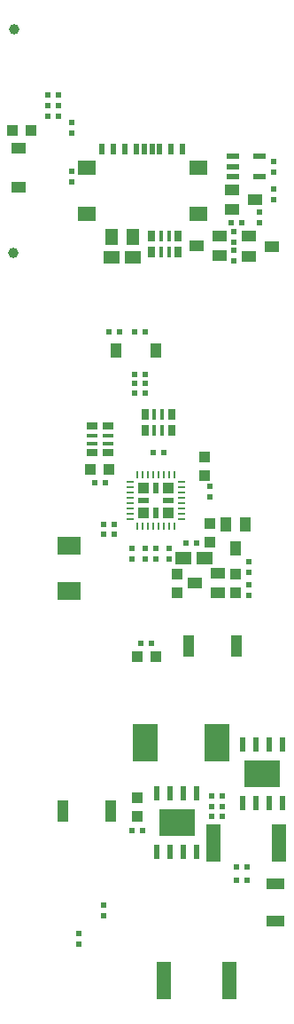
<source format=gbr>
%TF.GenerationSoftware,KiCad,Pcbnew,7.0.11-7.0.11~ubuntu22.04.1*%
%TF.CreationDate,2025-02-21T15:51:22+02:00*%
%TF.ProjectId,ESP32-PoE-ISO_Rev_M,45535033-322d-4506-9f45-2d49534f5f52,M*%
%TF.SameCoordinates,PX55f9470PYb36f0f0*%
%TF.FileFunction,Paste,Bot*%
%TF.FilePolarity,Positive*%
%FSLAX46Y46*%
G04 Gerber Fmt 4.6, Leading zero omitted, Abs format (unit mm)*
G04 Created by KiCad (PCBNEW 7.0.11-7.0.11~ubuntu22.04.1) date 2025-02-21 15:51:22*
%MOMM*%
%LPD*%
G01*
G04 APERTURE LIST*
%ADD10R,1.524000X1.270000*%
%ADD11R,0.500000X0.550000*%
%ADD12R,0.550000X0.500000*%
%ADD13C,1.000000*%
%ADD14R,0.635000X1.016000*%
%ADD15R,0.381000X1.016000*%
%ADD16R,1.016000X1.016000*%
%ADD17R,1.778000X1.016000*%
%ADD18R,1.016000X2.032000*%
%ADD19R,1.000000X1.000000*%
%ADD20R,0.600000X1.000000*%
%ADD21R,1.000000X0.600000*%
%ADD22R,0.780000X0.230000*%
%ADD23R,0.230000X0.780000*%
%ADD24R,1.000000X1.400000*%
%ADD25R,1.400000X1.000000*%
%ADD26R,1.270000X1.524000*%
%ADD27R,2.286000X1.778000*%
%ADD28R,1.016000X0.635000*%
%ADD29R,1.016000X0.381000*%
%ADD30R,2.400000X3.600000*%
%ADD31R,1.454000X3.654000*%
%ADD32R,0.600000X1.400000*%
%ADD33R,3.500000X2.600000*%
%ADD34R,1.200000X0.550000*%
%ADD35R,1.760000X1.460000*%
%ADD36R,0.500000X1.000000*%
G04 APERTURE END LIST*
D10*
%TO.C,L5*%
X11069000Y74485000D03*
X13101000Y74485000D03*
%TD*%
D11*
%TO.C,R37*%
X11831000Y67373000D03*
X10815000Y67373000D03*
%TD*%
D12*
%TO.C,R40*%
X7259000Y81642000D03*
X7259000Y82658000D03*
%TD*%
D13*
%TO.C,FID4*%
X1700000Y96200000D03*
%TD*%
D14*
%TO.C,RM3*%
X14879000Y76517000D03*
X14879000Y74993000D03*
D15*
X15768000Y76517000D03*
X15768000Y74993000D03*
X16530000Y76517000D03*
X16530000Y74993000D03*
D14*
X17419000Y76517000D03*
X17419000Y74993000D03*
%TD*%
D11*
%TO.C,R39*%
X13228000Y61531000D03*
X14244000Y61531000D03*
%TD*%
D16*
%TO.C,C19*%
X13482000Y36385000D03*
X15260000Y36385000D03*
%TD*%
D17*
%TO.C,C2*%
X26690000Y14668000D03*
X26690000Y11112000D03*
%TD*%
D18*
%TO.C,C20*%
X18435000Y37401000D03*
X23007000Y37401000D03*
%TD*%
%TO.C,C23*%
X6370000Y21653000D03*
X10942000Y21653000D03*
%TD*%
D12*
%TO.C,R3*%
X24150000Y44386000D03*
X24150000Y45402000D03*
%TD*%
D16*
%TO.C,C10*%
X22880000Y42481000D03*
X22880000Y44259000D03*
%TD*%
D11*
%TO.C,C18*%
X10434000Y52950000D03*
X9418000Y52950000D03*
%TD*%
D16*
%TO.C,C21*%
X19959000Y55435000D03*
X19959000Y53657000D03*
%TD*%
%TO.C,C17*%
X10815000Y54250000D03*
X9037000Y54250000D03*
%TD*%
D10*
%TO.C,L1*%
X19959000Y45783000D03*
X17927000Y45783000D03*
%TD*%
D19*
%TO.C,U4*%
X14060000Y50044000D03*
D20*
X15260000Y50044000D03*
D19*
X16460000Y50044000D03*
D21*
X14060000Y51244000D03*
X16460000Y51244000D03*
D19*
X14060000Y52444000D03*
D20*
X15260000Y52444000D03*
D19*
X16460000Y52444000D03*
D22*
X12810000Y49494000D03*
X12810000Y49994000D03*
X12810000Y50494000D03*
X12810000Y50994000D03*
X12810000Y51494000D03*
X12810000Y51994000D03*
X12810000Y52494000D03*
X12810000Y52994000D03*
D23*
X13510000Y53694000D03*
X14010000Y53694000D03*
X14510000Y53694000D03*
X15010000Y53694000D03*
X15510000Y53694000D03*
X16010000Y53694000D03*
X16510000Y53694000D03*
X17010000Y53694000D03*
D22*
X17710000Y52994000D03*
X17710000Y52494000D03*
X17710000Y51994000D03*
X17710000Y51494000D03*
X17710000Y50994000D03*
X17710000Y50494000D03*
X17710000Y49994000D03*
X17710000Y49494000D03*
D23*
X17010000Y48794000D03*
X16510000Y48794000D03*
X16010000Y48794000D03*
X15510000Y48794000D03*
X15010000Y48794000D03*
X14510000Y48794000D03*
X14010000Y48794000D03*
X13510000Y48794000D03*
%TD*%
D24*
%TO.C,T1*%
X21930040Y48922440D03*
X23832500Y48922440D03*
X22877460Y46712640D03*
%TD*%
D12*
%TO.C,R12*%
X16530000Y45656000D03*
X16530000Y46672000D03*
%TD*%
%TO.C,R2*%
X24150000Y42227000D03*
X24150000Y43243000D03*
%TD*%
D11*
%TO.C,R16*%
X5989000Y89979000D03*
X4973000Y89979000D03*
%TD*%
%TO.C,R7*%
X4973000Y87947000D03*
X5989000Y87947000D03*
%TD*%
D16*
%TO.C,C9*%
X20467000Y47307000D03*
X20467000Y49085000D03*
%TD*%
D25*
%TO.C,FET3*%
X21193440Y44319960D03*
X21193440Y42417500D03*
X18983640Y43372540D03*
%TD*%
D12*
%TO.C,R25*%
X20467000Y52641000D03*
X20467000Y51625000D03*
%TD*%
D11*
%TO.C,C16*%
X11323000Y48958000D03*
X10307000Y48958000D03*
%TD*%
%TO.C,R26*%
X11323000Y48069000D03*
X10307000Y48069000D03*
%TD*%
%TO.C,R1*%
X13863000Y37655000D03*
X14879000Y37655000D03*
%TD*%
D12*
%TO.C,R20*%
X22753000Y75882000D03*
X22753000Y76898000D03*
%TD*%
%TO.C,R21*%
X22753000Y74104000D03*
X22753000Y75120000D03*
%TD*%
D25*
%TO.C,Q3*%
X24185560Y74551040D03*
X24185560Y76453500D03*
X26395360Y75498460D03*
%TD*%
%TO.C,Q2*%
X21356000Y76517000D03*
X21356000Y74614540D03*
X19146200Y75569580D03*
%TD*%
%TO.C,D2*%
X22542000Y78996000D03*
X22542000Y80896000D03*
X24742000Y79946000D03*
%TD*%
D11*
%TO.C,R31*%
X13228000Y62420000D03*
X14244000Y62420000D03*
%TD*%
D12*
%TO.C,R49*%
X26563000Y80962000D03*
X26563000Y79946000D03*
%TD*%
D11*
%TO.C,R35*%
X13228000Y67373000D03*
X14244000Y67373000D03*
%TD*%
%TO.C,R36*%
X13228000Y63309000D03*
X14244000Y63309000D03*
%TD*%
D16*
%TO.C,C13*%
X17292000Y44259000D03*
X17292000Y42481000D03*
%TD*%
D11*
%TO.C,R46*%
X22499000Y77787000D03*
X23515000Y77787000D03*
%TD*%
D24*
%TO.C,D4*%
X11455000Y65595000D03*
X15255000Y65595000D03*
%TD*%
D12*
%TO.C,R11*%
X12974000Y45656000D03*
X12974000Y46672000D03*
%TD*%
%TO.C,R10*%
X14244000Y45656000D03*
X14244000Y46672000D03*
%TD*%
D25*
%TO.C,D9*%
X2179000Y81094000D03*
X2179000Y84894000D03*
%TD*%
D12*
%TO.C,TVS2*%
X10307000Y12636000D03*
X10307000Y11620000D03*
%TD*%
%TO.C,TVS3*%
X7894000Y9969000D03*
X7894000Y8953000D03*
%TD*%
D26*
%TO.C,C3*%
X13101000Y76390000D03*
X11069000Y76390000D03*
%TD*%
D14*
%TO.C,RM2*%
X14244000Y59499000D03*
X14244000Y57975000D03*
D15*
X15133000Y59499000D03*
X15133000Y57975000D03*
X15895000Y59499000D03*
X15895000Y57975000D03*
D14*
X16784000Y59499000D03*
X16784000Y57975000D03*
%TD*%
D12*
%TO.C,R13*%
X15260000Y45656000D03*
X15260000Y46672000D03*
%TD*%
D11*
%TO.C,C15*%
X18181000Y47180000D03*
X19197000Y47180000D03*
%TD*%
D27*
%TO.C,D8*%
X7005000Y42590000D03*
X7005000Y46944000D03*
%TD*%
D11*
%TO.C,C25*%
X21610000Y21145000D03*
X20594000Y21145000D03*
%TD*%
%TO.C,R22*%
X22942000Y15050000D03*
X23958000Y15050000D03*
%TD*%
%TO.C,R23*%
X23958000Y16250000D03*
X22942000Y16250000D03*
%TD*%
%TO.C,C28*%
X5989000Y88963000D03*
X4973000Y88963000D03*
%TD*%
%TO.C,C14*%
X15006000Y55816000D03*
X16022000Y55816000D03*
%TD*%
D28*
%TO.C,RM1*%
X9164000Y55780000D03*
X10688000Y55780000D03*
D29*
X9164000Y56669000D03*
X10688000Y56669000D03*
X9164000Y57431000D03*
X10688000Y57431000D03*
D28*
X9164000Y58320000D03*
X10688000Y58320000D03*
%TD*%
D16*
%TO.C,C12*%
X13482000Y22923000D03*
X13482000Y21145000D03*
%TD*%
D11*
%TO.C,R33*%
X13990000Y19748000D03*
X12974000Y19748000D03*
%TD*%
D30*
%TO.C,D5*%
X14273000Y28130000D03*
X21073000Y28130000D03*
%TD*%
D31*
%TO.C,R41*%
X20775000Y18605000D03*
X27075000Y18605000D03*
%TD*%
D32*
%TO.C,U5*%
X15387000Y23304000D03*
X16657000Y23304000D03*
X17927000Y23304000D03*
X19197000Y23304000D03*
X19197000Y17704000D03*
X17927000Y17704000D03*
X16657000Y17704000D03*
X15387000Y17704000D03*
D33*
X17292000Y20504000D03*
%TD*%
D11*
%TO.C,R34*%
X20594000Y23050000D03*
X21610000Y23050000D03*
%TD*%
D12*
%TO.C,C29*%
X26563000Y83629000D03*
X26563000Y82613000D03*
%TD*%
D34*
%TO.C,U8*%
X22601000Y82170999D03*
X22601000Y83120999D03*
X22601000Y84070999D03*
X25201000Y84070999D03*
X25201000Y82170999D03*
%TD*%
D12*
%TO.C,R42*%
X7259000Y87312000D03*
X7259000Y86296000D03*
%TD*%
D16*
%TO.C,C31*%
X3322000Y86550000D03*
X1544000Y86550000D03*
%TD*%
D12*
%TO.C,R24*%
X25166000Y77787000D03*
X25166000Y78803000D03*
%TD*%
D35*
%TO.C,MICRO_SD1*%
X8690000Y83020000D03*
X8690000Y78570000D03*
X19290000Y83020000D03*
X19290000Y78570000D03*
D36*
X17840000Y84770000D03*
X16740000Y84770000D03*
X15640000Y84770000D03*
X14890000Y84770000D03*
X13440000Y84770000D03*
X12340000Y84770000D03*
X11240000Y84770000D03*
X10140000Y84770000D03*
X14190000Y84770000D03*
%TD*%
D11*
%TO.C,R38*%
X21610000Y22034000D03*
X20594000Y22034000D03*
%TD*%
D32*
%TO.C,U2*%
X27355000Y22350000D03*
X26085000Y22350000D03*
X24815000Y22350000D03*
X23545000Y22350000D03*
X23545000Y27950000D03*
X24815000Y27950000D03*
X26085000Y27950000D03*
X27355000Y27950000D03*
D33*
X25450000Y25150000D03*
%TD*%
D31*
%TO.C,R27*%
X16000000Y5450000D03*
X22300000Y5450000D03*
%TD*%
D13*
%TO.C,FID8*%
X1650000Y74900000D03*
%TD*%
M02*

</source>
